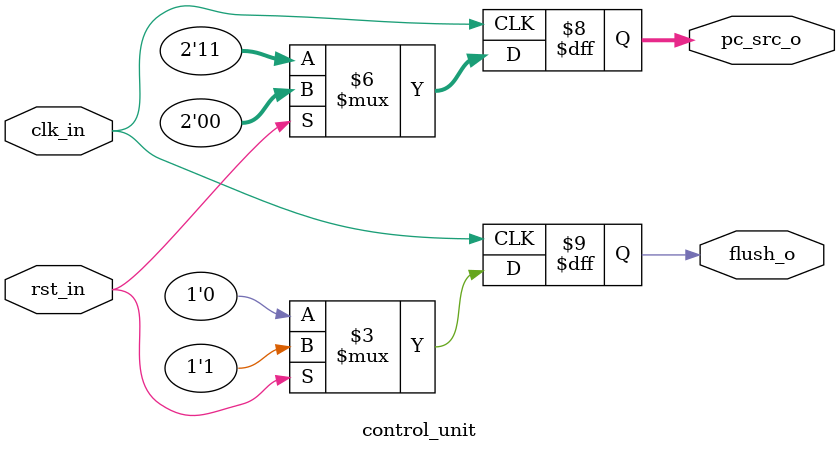
<source format=v>
module control_unit(
  					input clk_in,
 				    input rst_in,
  					output reg [1:0]pc_src_o,
  					output reg flush_o		
					);
  always @ (posedge clk_in)
     begin 
      if(rst_in)
        begin
        pc_src_o<=2'b00;
        flush_o<=1;
        end
      else 
        begin
        pc_src_o<=2'b11;
        flush_o<=0;
        end
    end 
endmodule

</source>
